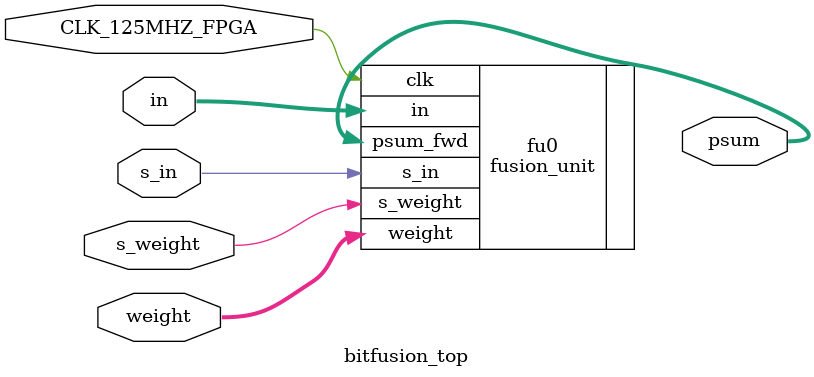
<source format=v>
`timescale 1ns/1ns

module bitfusion_top (
        input CLK_125MHZ_FPGA,
        input [3:0] in,
        input [3:0] weight,
        input s_in,
        input s_weight,
        output [7:0] psum
    );

    //need to mux inputs??

    fusion_unit fu0(
        .clk(CLK_125MHZ_FPGA),
        .in(in),
        .weight(weight),
        .s_in(s_in),
        .s_weight(s_weight),
        .psum_fwd(psum)
    );


endmodule
</source>
